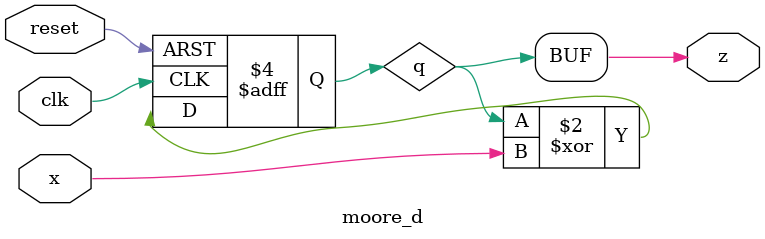
<source format=v>
module moore_d (
    input clk,
    input reset,
    input x,
    output reg z
);
   reg q;

   always @(posedge clk or posedge reset) begin
    if (reset)
    q<= 1'b0;
    else
     q<= q^x;
   end

   always @(*) begin
    z=q;

   end

endmodule
</source>
